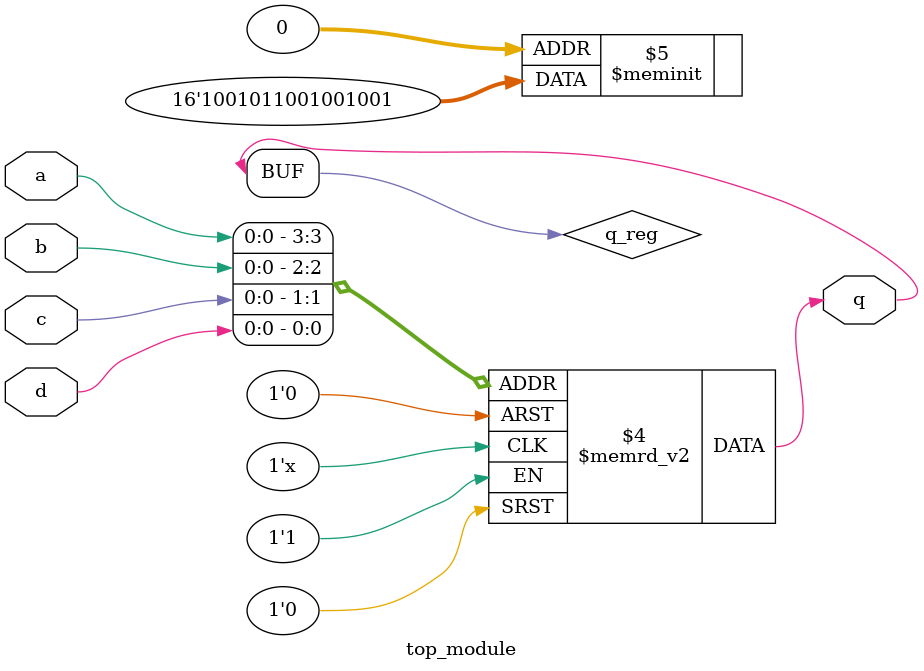
<source format=sv>
module top_module (
    input a, 
    input b, 
    input c, 
    input d,
    output q
);

reg q_reg;

always @(*) begin
    case ({a, b, c, d})
        4'b0000: q_reg = 1'b1;
        4'b0001: q_reg = 1'b0;
        4'b0010: q_reg = 1'b0;
        4'b0011: q_reg = 1'b1;
        4'b0100: q_reg = 1'b0;
        4'b0101: q_reg = 1'b0;
        4'b0110: q_reg = 1'b1;
        4'b0111: q_reg = 1'b0;
        4'b1000: q_reg = 1'b0;
        4'b1001: q_reg = 1'b1;
        4'b1010: q_reg = 1'b1;
        4'b1011: q_reg = 1'b0;
        4'b1100: q_reg = 1'b1;
        4'b1101: q_reg = 1'b0;
        4'b1110: q_reg = 1'b0;
        4'b1111: q_reg = 1'b1;
    endcase
end

assign q = q_reg;

endmodule

</source>
